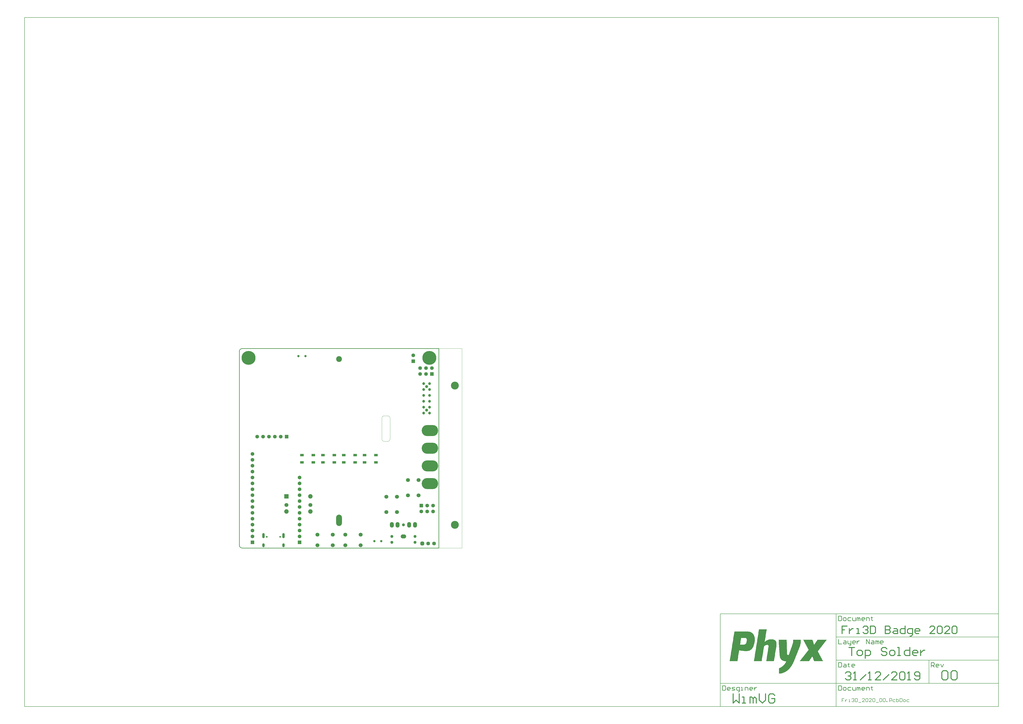
<source format=gts>
G04*
G04 #@! TF.GenerationSoftware,Altium Limited,Altium Designer,20.0.10 (225)*
G04*
G04 Layer_Color=8388736*
%FSLAX25Y25*%
%MOIN*%
G70*
G01*
G75*
%ADD10C,0.00787*%
%ADD11C,0.01000*%
%ADD13C,0.00984*%
%ADD15C,0.01575*%
%ADD16C,0.00394*%
%ADD18R,0.06299X0.04331*%
%ADD19C,0.13386*%
%ADD20C,0.03937*%
%ADD21C,0.02953*%
%ADD22O,0.04331X0.06693*%
%ADD23O,0.04331X0.08661*%
%ADD24C,0.06299*%
%ADD25R,0.06299X0.06299*%
%ADD26O,0.09843X0.19291*%
%ADD27C,0.09843*%
%ADD28C,0.05118*%
%ADD29O,0.09449X0.06693*%
%ADD30O,0.06693X0.09449*%
%ADD31C,0.06693*%
%ADD32C,0.07480*%
%ADD33R,0.07480X0.07480*%
%ADD34R,0.06299X0.06299*%
%ADD35C,0.06394*%
G04:AMPARAMS|DCode=36|XSize=63.94mil|YSize=63.94mil|CornerRadius=16.97mil|HoleSize=0mil|Usage=FLASHONLY|Rotation=180.000|XOffset=0mil|YOffset=0mil|HoleType=Round|Shape=RoundedRectangle|*
%AMROUNDEDRECTD36*
21,1,0.06394,0.03000,0,0,180.0*
21,1,0.03000,0.06394,0,0,180.0*
1,1,0.03394,-0.01500,0.01500*
1,1,0.03394,0.01500,0.01500*
1,1,0.03394,0.01500,-0.01500*
1,1,0.03394,-0.01500,-0.01500*
%
%ADD36ROUNDEDRECTD36*%
%ADD37C,0.04724*%
%ADD38O,0.27953X0.18898*%
%ADD39C,0.23622*%
G36*
X997463Y-155808D02*
X997176D01*
Y-156094D01*
X996890D01*
Y-156380D01*
Y-156667D01*
X996604D01*
Y-156953D01*
X996317D01*
Y-157239D01*
X996031D01*
Y-157526D01*
Y-157812D01*
X995745D01*
Y-158098D01*
X995459D01*
Y-158385D01*
X995172D01*
Y-158671D01*
X994886D01*
Y-158957D01*
Y-159244D01*
X994600D01*
Y-159530D01*
X994313D01*
Y-159816D01*
X994027D01*
Y-160102D01*
Y-160389D01*
X993741D01*
Y-160675D01*
X993454D01*
Y-160961D01*
X993168D01*
Y-161248D01*
X992882D01*
Y-161534D01*
Y-161820D01*
X992595D01*
Y-162107D01*
X992309D01*
Y-162393D01*
X992023D01*
Y-162679D01*
Y-162966D01*
X991737D01*
Y-163252D01*
X991450D01*
Y-163538D01*
X991164D01*
Y-163824D01*
Y-164111D01*
X990878D01*
Y-164397D01*
X990591D01*
Y-164683D01*
X990305D01*
Y-164970D01*
X990019D01*
Y-165256D01*
Y-165542D01*
X989732D01*
Y-165829D01*
X989446D01*
Y-166115D01*
X989160D01*
Y-166401D01*
Y-166688D01*
X988873D01*
Y-166974D01*
X988587D01*
Y-167260D01*
X988301D01*
Y-167547D01*
Y-167833D01*
X988015D01*
Y-168119D01*
X987728D01*
Y-168405D01*
X987442D01*
Y-168692D01*
X987156D01*
Y-168978D01*
Y-169264D01*
X986869D01*
Y-169551D01*
X986583D01*
Y-169837D01*
X986297D01*
Y-170123D01*
Y-170410D01*
X986010D01*
Y-170696D01*
X985724D01*
Y-170982D01*
X985438D01*
Y-171269D01*
Y-171555D01*
X985151D01*
Y-171841D01*
X984865D01*
Y-172127D01*
X984579D01*
Y-172414D01*
X984292D01*
Y-172700D01*
Y-172986D01*
X984006D01*
Y-173273D01*
X983720D01*
Y-173559D01*
X983434D01*
Y-173845D01*
Y-174132D01*
X983147D01*
Y-174418D01*
X982861D01*
Y-174704D01*
X982574D01*
Y-174991D01*
X982288D01*
Y-175277D01*
Y-175563D01*
X982574D01*
Y-175850D01*
Y-176136D01*
X982861D01*
Y-176422D01*
Y-176709D01*
X983147D01*
Y-176995D01*
X983434D01*
Y-177281D01*
Y-177568D01*
X983720D01*
Y-177854D01*
Y-178140D01*
X984006D01*
Y-178426D01*
Y-178713D01*
X984292D01*
Y-178999D01*
Y-179285D01*
X984579D01*
Y-179572D01*
Y-179858D01*
X984865D01*
Y-180144D01*
Y-180431D01*
X985151D01*
Y-180717D01*
Y-181003D01*
X985438D01*
Y-181290D01*
Y-181576D01*
X985724D01*
Y-181862D01*
X986010D01*
Y-182149D01*
Y-182435D01*
X986297D01*
Y-182721D01*
Y-183007D01*
X986583D01*
Y-183294D01*
Y-183580D01*
X986869D01*
Y-183866D01*
Y-184153D01*
X987156D01*
Y-184439D01*
Y-184725D01*
X987442D01*
Y-185012D01*
Y-185298D01*
X987728D01*
Y-185584D01*
Y-185871D01*
X988015D01*
Y-186157D01*
X988301D01*
Y-186443D01*
Y-186730D01*
X988587D01*
Y-187016D01*
Y-187302D01*
X988873D01*
Y-187588D01*
Y-187875D01*
X989160D01*
Y-188161D01*
Y-188447D01*
X989446D01*
Y-188734D01*
Y-189020D01*
X989732D01*
Y-189306D01*
Y-189593D01*
X990019D01*
Y-189879D01*
Y-190165D01*
X990305D01*
Y-190452D01*
X990591D01*
Y-190738D01*
Y-191024D01*
X990878D01*
Y-191311D01*
Y-191597D01*
X991164D01*
Y-191883D01*
X975989D01*
Y-191597D01*
X975703D01*
Y-191311D01*
Y-191024D01*
Y-190738D01*
X975417D01*
Y-190452D01*
Y-190165D01*
Y-189879D01*
X975130D01*
Y-189593D01*
Y-189306D01*
X974844D01*
Y-189020D01*
Y-188734D01*
Y-188447D01*
X974558D01*
Y-188161D01*
Y-187875D01*
Y-187588D01*
X974271D01*
Y-187302D01*
Y-187016D01*
X973985D01*
Y-186730D01*
Y-186443D01*
Y-186157D01*
X973699D01*
Y-185871D01*
Y-185584D01*
Y-185298D01*
X973413D01*
Y-185012D01*
Y-184725D01*
Y-184439D01*
X973126D01*
Y-184153D01*
X972554D01*
Y-184439D01*
Y-184725D01*
X972267D01*
Y-185012D01*
X971981D01*
Y-185298D01*
Y-185584D01*
X971695D01*
Y-185871D01*
X971408D01*
Y-186157D01*
Y-186443D01*
X971122D01*
Y-186730D01*
X970836D01*
Y-187016D01*
Y-187302D01*
X970549D01*
Y-187588D01*
X970263D01*
Y-187875D01*
X969977D01*
Y-188161D01*
Y-188447D01*
X969691D01*
Y-188734D01*
X969404D01*
Y-189020D01*
Y-189306D01*
X969118D01*
Y-189593D01*
X968832D01*
Y-189879D01*
Y-190165D01*
X968545D01*
Y-190452D01*
X968259D01*
Y-190738D01*
Y-191024D01*
X967973D01*
Y-191311D01*
X967686D01*
Y-191597D01*
Y-191883D01*
X951653D01*
Y-191597D01*
X951939D01*
Y-191311D01*
X952225D01*
Y-191024D01*
X952512D01*
Y-190738D01*
X952798D01*
Y-190452D01*
Y-190165D01*
X953084D01*
Y-189879D01*
X953371D01*
Y-189593D01*
X953657D01*
Y-189306D01*
X953943D01*
Y-189020D01*
Y-188734D01*
X954230D01*
Y-188447D01*
X954516D01*
Y-188161D01*
X954802D01*
Y-187875D01*
Y-187588D01*
X955089D01*
Y-187302D01*
X955375D01*
Y-187016D01*
X955661D01*
Y-186730D01*
X955947D01*
Y-186443D01*
Y-186157D01*
X956234D01*
Y-185871D01*
X956520D01*
Y-185584D01*
X956806D01*
Y-185298D01*
X957093D01*
Y-185012D01*
Y-184725D01*
X957379D01*
Y-184439D01*
X957665D01*
Y-184153D01*
X957952D01*
Y-183866D01*
Y-183580D01*
X958238D01*
Y-183294D01*
X958524D01*
Y-183007D01*
X958811D01*
Y-182721D01*
X959097D01*
Y-182435D01*
Y-182149D01*
X959383D01*
Y-181862D01*
X959669D01*
Y-181576D01*
X959956D01*
Y-181290D01*
Y-181003D01*
X960242D01*
Y-180717D01*
X960528D01*
Y-180431D01*
X960815D01*
Y-180144D01*
X961101D01*
Y-179858D01*
Y-179572D01*
X961387D01*
Y-179285D01*
X961674D01*
Y-178999D01*
X961960D01*
Y-178713D01*
Y-178426D01*
X962246D01*
Y-178140D01*
X962533D01*
Y-177854D01*
X962819D01*
Y-177568D01*
X963105D01*
Y-177281D01*
Y-176995D01*
X963392D01*
Y-176709D01*
X963678D01*
Y-176422D01*
X963964D01*
Y-176136D01*
X964250D01*
Y-175850D01*
Y-175563D01*
X964537D01*
Y-175277D01*
X964823D01*
Y-174991D01*
X965109D01*
Y-174704D01*
Y-174418D01*
X965396D01*
Y-174132D01*
X965682D01*
Y-173845D01*
X965968D01*
Y-173559D01*
X966255D01*
Y-173273D01*
Y-172986D01*
X966541D01*
Y-172700D01*
Y-172414D01*
Y-172127D01*
X966255D01*
Y-171841D01*
X965968D01*
Y-171555D01*
Y-171269D01*
X965682D01*
Y-170982D01*
Y-170696D01*
X965396D01*
Y-170410D01*
Y-170123D01*
X965109D01*
Y-169837D01*
Y-169551D01*
X964823D01*
Y-169264D01*
Y-168978D01*
X964537D01*
Y-168692D01*
Y-168405D01*
X964250D01*
Y-168119D01*
X963964D01*
Y-167833D01*
Y-167547D01*
X963678D01*
Y-167260D01*
Y-166974D01*
X963392D01*
Y-166688D01*
Y-166401D01*
X963105D01*
Y-166115D01*
Y-165829D01*
X962819D01*
Y-165542D01*
Y-165256D01*
X962533D01*
Y-164970D01*
Y-164683D01*
X962246D01*
Y-164397D01*
X961960D01*
Y-164111D01*
Y-163824D01*
X961674D01*
Y-163538D01*
Y-163252D01*
X961387D01*
Y-162966D01*
Y-162679D01*
X961101D01*
Y-162393D01*
Y-162107D01*
X960815D01*
Y-161820D01*
Y-161534D01*
X960528D01*
Y-161248D01*
Y-160961D01*
X960242D01*
Y-160675D01*
Y-160389D01*
X959956D01*
Y-160102D01*
X959669D01*
Y-159816D01*
Y-159530D01*
X959383D01*
Y-159244D01*
Y-158957D01*
X959097D01*
Y-158671D01*
Y-158385D01*
X958811D01*
Y-158098D01*
Y-157812D01*
X958524D01*
Y-157526D01*
Y-157239D01*
X958238D01*
Y-156953D01*
Y-156667D01*
X957952D01*
Y-156380D01*
X957665D01*
Y-156094D01*
Y-155808D01*
X957379D01*
Y-155521D01*
X973126D01*
Y-155808D01*
X973413D01*
Y-156094D01*
Y-156380D01*
Y-156667D01*
X973699D01*
Y-156953D01*
Y-157239D01*
Y-157526D01*
X973985D01*
Y-157812D01*
Y-158098D01*
Y-158385D01*
X974271D01*
Y-158671D01*
Y-158957D01*
Y-159244D01*
X974558D01*
Y-159530D01*
Y-159816D01*
Y-160102D01*
X974844D01*
Y-160389D01*
Y-160675D01*
Y-160961D01*
X975130D01*
Y-161248D01*
Y-161534D01*
Y-161820D01*
X975417D01*
Y-162107D01*
Y-162393D01*
Y-162679D01*
X975703D01*
Y-162966D01*
Y-163252D01*
Y-163538D01*
Y-163824D01*
X976276D01*
Y-163538D01*
X976562D01*
Y-163252D01*
X976848D01*
Y-162966D01*
Y-162679D01*
X977135D01*
Y-162393D01*
X977421D01*
Y-162107D01*
Y-161820D01*
X977707D01*
Y-161534D01*
X977993D01*
Y-161248D01*
Y-160961D01*
X978280D01*
Y-160675D01*
X978566D01*
Y-160389D01*
Y-160102D01*
X978852D01*
Y-159816D01*
X979139D01*
Y-159530D01*
Y-159244D01*
X979425D01*
Y-158957D01*
X979711D01*
Y-158671D01*
Y-158385D01*
X979998D01*
Y-158098D01*
X980284D01*
Y-157812D01*
Y-157526D01*
X980570D01*
Y-157239D01*
X980857D01*
Y-156953D01*
Y-156667D01*
X981143D01*
Y-156380D01*
X981429D01*
Y-156094D01*
Y-155808D01*
X981716D01*
Y-155521D01*
X997463D01*
Y-155808D01*
D02*
G37*
G36*
X864327Y-141778D02*
X866045D01*
Y-142065D01*
X866904D01*
Y-142351D01*
X867763D01*
Y-142637D01*
X868622D01*
Y-142924D01*
X869195D01*
Y-143210D01*
X869481D01*
Y-143496D01*
X870054D01*
Y-143783D01*
X870340D01*
Y-144069D01*
X870912D01*
Y-144355D01*
X871199D01*
Y-144641D01*
X871485D01*
Y-144928D01*
X871772D01*
Y-145214D01*
X872058D01*
Y-145501D01*
X872344D01*
Y-145787D01*
X872630D01*
Y-146073D01*
Y-146359D01*
X872917D01*
Y-146646D01*
X873203D01*
Y-146932D01*
Y-147218D01*
X873489D01*
Y-147505D01*
X873776D01*
Y-147791D01*
Y-148077D01*
X874062D01*
Y-148364D01*
Y-148650D01*
Y-148936D01*
X874348D01*
Y-149223D01*
Y-149509D01*
Y-149795D01*
X874635D01*
Y-150082D01*
Y-150368D01*
Y-150654D01*
Y-150940D01*
X874921D01*
Y-151227D01*
Y-151513D01*
Y-151799D01*
Y-152086D01*
Y-152372D01*
X875207D01*
Y-152658D01*
Y-152945D01*
Y-153231D01*
Y-153517D01*
Y-153804D01*
Y-154090D01*
Y-154376D01*
Y-154663D01*
Y-154949D01*
Y-155235D01*
Y-155521D01*
Y-155808D01*
Y-156094D01*
Y-156380D01*
Y-156667D01*
Y-156953D01*
Y-157239D01*
Y-157526D01*
Y-157812D01*
Y-158098D01*
X874921D01*
Y-158385D01*
Y-158671D01*
Y-158957D01*
Y-159244D01*
Y-159530D01*
Y-159816D01*
Y-160102D01*
X874635D01*
Y-160389D01*
Y-160675D01*
Y-160961D01*
Y-161248D01*
Y-161534D01*
X874348D01*
Y-161820D01*
Y-162107D01*
Y-162393D01*
Y-162679D01*
Y-162966D01*
X874062D01*
Y-163252D01*
Y-163538D01*
Y-163824D01*
X873776D01*
Y-164111D01*
Y-164397D01*
Y-164683D01*
Y-164970D01*
X873489D01*
Y-165256D01*
Y-165542D01*
Y-165829D01*
X873203D01*
Y-166115D01*
Y-166401D01*
X872917D01*
Y-166688D01*
Y-166974D01*
Y-167260D01*
X872630D01*
Y-167547D01*
Y-167833D01*
X872344D01*
Y-168119D01*
Y-168405D01*
X872058D01*
Y-168692D01*
Y-168978D01*
X871772D01*
Y-169264D01*
X871485D01*
Y-169551D01*
Y-169837D01*
X871199D01*
Y-170123D01*
X870912D01*
Y-170410D01*
X870626D01*
Y-170696D01*
Y-170982D01*
X870340D01*
Y-171269D01*
X870054D01*
Y-171555D01*
X869767D01*
Y-171841D01*
X869481D01*
Y-172127D01*
X869195D01*
Y-172414D01*
X868622D01*
Y-172700D01*
X868336D01*
Y-172986D01*
X867763D01*
Y-173273D01*
X867477D01*
Y-173559D01*
X866904D01*
Y-173845D01*
X866045D01*
Y-174132D01*
X865186D01*
Y-174418D01*
X864327D01*
Y-174704D01*
X862609D01*
Y-174991D01*
X857456D01*
Y-174704D01*
X854879D01*
Y-174418D01*
X852875D01*
Y-174132D01*
X851443D01*
Y-173845D01*
X850012D01*
Y-173559D01*
X848580D01*
Y-173845D01*
Y-174132D01*
Y-174418D01*
Y-174704D01*
Y-174991D01*
Y-175277D01*
Y-175563D01*
X848294D01*
Y-175850D01*
Y-176136D01*
Y-176422D01*
Y-176709D01*
Y-176995D01*
Y-177281D01*
X848007D01*
Y-177568D01*
Y-177854D01*
Y-178140D01*
Y-178426D01*
Y-178713D01*
Y-178999D01*
X847721D01*
Y-179285D01*
Y-179572D01*
Y-179858D01*
Y-180144D01*
Y-180431D01*
Y-180717D01*
Y-181003D01*
X847435D01*
Y-181290D01*
Y-181576D01*
Y-181862D01*
Y-182149D01*
Y-182435D01*
Y-182721D01*
X847149D01*
Y-183007D01*
Y-183294D01*
Y-183580D01*
Y-183866D01*
Y-184153D01*
Y-184439D01*
X846862D01*
Y-184725D01*
Y-185012D01*
Y-185298D01*
Y-185584D01*
Y-185871D01*
Y-186157D01*
Y-186443D01*
X846576D01*
Y-186730D01*
Y-187016D01*
Y-187302D01*
Y-187588D01*
Y-187875D01*
Y-188161D01*
X846290D01*
Y-188447D01*
Y-188734D01*
Y-189020D01*
Y-189306D01*
Y-189593D01*
Y-189879D01*
X846003D01*
Y-190165D01*
Y-190452D01*
Y-190738D01*
Y-191024D01*
Y-191311D01*
Y-191597D01*
Y-191883D01*
X832547D01*
Y-191597D01*
X832833D01*
Y-191311D01*
Y-191024D01*
Y-190738D01*
Y-190452D01*
Y-190165D01*
X833119D01*
Y-189879D01*
Y-189593D01*
Y-189306D01*
Y-189020D01*
Y-188734D01*
Y-188447D01*
Y-188161D01*
X833405D01*
Y-187875D01*
Y-187588D01*
Y-187302D01*
Y-187016D01*
Y-186730D01*
Y-186443D01*
X833692D01*
Y-186157D01*
Y-185871D01*
Y-185584D01*
Y-185298D01*
Y-185012D01*
Y-184725D01*
X833978D01*
Y-184439D01*
Y-184153D01*
Y-183866D01*
Y-183580D01*
Y-183294D01*
Y-183007D01*
Y-182721D01*
X834264D01*
Y-182435D01*
Y-182149D01*
Y-181862D01*
Y-181576D01*
Y-181290D01*
Y-181003D01*
X834551D01*
Y-180717D01*
Y-180431D01*
Y-180144D01*
Y-179858D01*
Y-179572D01*
Y-179285D01*
X834837D01*
Y-178999D01*
Y-178713D01*
Y-178426D01*
Y-178140D01*
Y-177854D01*
Y-177568D01*
X835123D01*
Y-177281D01*
Y-176995D01*
Y-176709D01*
Y-176422D01*
Y-176136D01*
Y-175850D01*
Y-175563D01*
X835410D01*
Y-175277D01*
Y-174991D01*
Y-174704D01*
Y-174418D01*
Y-174132D01*
Y-173845D01*
X835696D01*
Y-173559D01*
Y-173273D01*
Y-172986D01*
Y-172700D01*
Y-172414D01*
Y-172127D01*
X835982D01*
Y-171841D01*
Y-171555D01*
Y-171269D01*
Y-170982D01*
Y-170696D01*
Y-170410D01*
X836269D01*
Y-170123D01*
Y-169837D01*
Y-169551D01*
Y-169264D01*
Y-168978D01*
Y-168692D01*
Y-168405D01*
X836555D01*
Y-168119D01*
Y-167833D01*
Y-167547D01*
Y-167260D01*
Y-166974D01*
Y-166688D01*
X836841D01*
Y-166401D01*
Y-166115D01*
Y-165829D01*
Y-165542D01*
Y-165256D01*
Y-164970D01*
X837128D01*
Y-164683D01*
Y-164397D01*
Y-164111D01*
Y-163824D01*
Y-163538D01*
Y-163252D01*
Y-162966D01*
X837414D01*
Y-162679D01*
Y-162393D01*
Y-162107D01*
Y-161820D01*
Y-161534D01*
Y-161248D01*
X837700D01*
Y-160961D01*
Y-160675D01*
Y-160389D01*
Y-160102D01*
Y-159816D01*
Y-159530D01*
X837986D01*
Y-159244D01*
Y-158957D01*
Y-158671D01*
Y-158385D01*
Y-158098D01*
Y-157812D01*
X838273D01*
Y-157526D01*
Y-157239D01*
Y-156953D01*
Y-156667D01*
Y-156380D01*
Y-156094D01*
Y-155808D01*
X838559D01*
Y-155521D01*
Y-155235D01*
Y-154949D01*
Y-154663D01*
Y-154376D01*
Y-154090D01*
X838846D01*
Y-153804D01*
Y-153517D01*
Y-153231D01*
Y-152945D01*
Y-152658D01*
Y-152372D01*
X839132D01*
Y-152086D01*
Y-151799D01*
Y-151513D01*
Y-151227D01*
Y-150940D01*
Y-150654D01*
Y-150368D01*
X839418D01*
Y-150082D01*
Y-149795D01*
Y-149509D01*
Y-149223D01*
Y-148936D01*
Y-148650D01*
X839704D01*
Y-148364D01*
Y-148077D01*
Y-147791D01*
Y-147505D01*
Y-147218D01*
Y-146932D01*
X839991D01*
Y-146646D01*
Y-146359D01*
Y-146073D01*
Y-145787D01*
Y-145501D01*
Y-145214D01*
Y-144928D01*
X840277D01*
Y-144641D01*
Y-144355D01*
Y-144069D01*
Y-143783D01*
Y-143496D01*
Y-143210D01*
X840563D01*
Y-142924D01*
Y-142637D01*
Y-142351D01*
Y-142065D01*
Y-141778D01*
Y-141492D01*
X864327D01*
Y-141778D01*
D02*
G37*
G36*
X953371Y-155808D02*
Y-156094D01*
Y-156380D01*
Y-156667D01*
Y-156953D01*
Y-157239D01*
Y-157526D01*
Y-157812D01*
Y-158098D01*
Y-158385D01*
Y-158671D01*
Y-158957D01*
Y-159244D01*
Y-159530D01*
Y-159816D01*
Y-160102D01*
Y-160389D01*
Y-160675D01*
Y-160961D01*
Y-161248D01*
Y-161534D01*
X953084D01*
Y-161820D01*
Y-162107D01*
Y-162393D01*
Y-162679D01*
Y-162966D01*
X952798D01*
Y-163252D01*
Y-163538D01*
Y-163824D01*
Y-164111D01*
X952512D01*
Y-164397D01*
Y-164683D01*
Y-164970D01*
Y-165256D01*
X952225D01*
Y-165542D01*
Y-165829D01*
Y-166115D01*
X951939D01*
Y-166401D01*
Y-166688D01*
Y-166974D01*
X951653D01*
Y-167260D01*
Y-167547D01*
Y-167833D01*
X951366D01*
Y-168119D01*
Y-168405D01*
Y-168692D01*
X951080D01*
Y-168978D01*
Y-169264D01*
X950794D01*
Y-169551D01*
Y-169837D01*
X950508D01*
Y-170123D01*
Y-170410D01*
Y-170696D01*
X950221D01*
Y-170982D01*
Y-171269D01*
X949935D01*
Y-171555D01*
Y-171841D01*
Y-172127D01*
X949649D01*
Y-172414D01*
Y-172700D01*
X949362D01*
Y-172986D01*
Y-173273D01*
Y-173559D01*
X949076D01*
Y-173845D01*
Y-174132D01*
X948790D01*
Y-174418D01*
Y-174704D01*
Y-174991D01*
X948503D01*
Y-175277D01*
Y-175563D01*
X948217D01*
Y-175850D01*
Y-176136D01*
Y-176422D01*
X947931D01*
Y-176709D01*
Y-176995D01*
X947644D01*
Y-177281D01*
Y-177568D01*
Y-177854D01*
X947358D01*
Y-178140D01*
Y-178426D01*
X947072D01*
Y-178713D01*
Y-178999D01*
Y-179285D01*
X946785D01*
Y-179572D01*
Y-179858D01*
X946499D01*
Y-180144D01*
Y-180431D01*
Y-180717D01*
X946213D01*
Y-181003D01*
Y-181290D01*
X945926D01*
Y-181576D01*
Y-181862D01*
Y-182149D01*
X945640D01*
Y-182435D01*
Y-182721D01*
X945354D01*
Y-183007D01*
Y-183294D01*
Y-183580D01*
X945068D01*
Y-183866D01*
Y-184153D01*
X944781D01*
Y-184439D01*
Y-184725D01*
Y-185012D01*
X944495D01*
Y-185298D01*
Y-185584D01*
X944209D01*
Y-185871D01*
Y-186157D01*
Y-186443D01*
X943922D01*
Y-186730D01*
Y-187016D01*
X943636D01*
Y-187302D01*
Y-187588D01*
Y-187875D01*
X943350D01*
Y-188161D01*
Y-188447D01*
X943063D01*
Y-188734D01*
Y-189020D01*
Y-189306D01*
X942777D01*
Y-189593D01*
Y-189879D01*
X942491D01*
Y-190165D01*
Y-190452D01*
Y-190738D01*
X942204D01*
Y-191024D01*
Y-191311D01*
X941918D01*
Y-191597D01*
Y-191883D01*
Y-192169D01*
X941632D01*
Y-192456D01*
Y-192742D01*
X941346D01*
Y-193028D01*
Y-193315D01*
X941059D01*
Y-193601D01*
Y-193887D01*
X940773D01*
Y-194174D01*
Y-194460D01*
Y-194746D01*
X940487D01*
Y-195033D01*
X940200D01*
Y-195319D01*
Y-195605D01*
Y-195891D01*
X939914D01*
Y-196178D01*
X939628D01*
Y-196464D01*
Y-196750D01*
X939341D01*
Y-197037D01*
Y-197323D01*
X939055D01*
Y-197609D01*
Y-197896D01*
X938769D01*
Y-198182D01*
Y-198468D01*
X938482D01*
Y-198755D01*
X938196D01*
Y-199041D01*
Y-199327D01*
X937910D01*
Y-199614D01*
Y-199900D01*
X937623D01*
Y-200186D01*
X937337D01*
Y-200472D01*
X937051D01*
Y-200759D01*
Y-201045D01*
X936765D01*
Y-201331D01*
X936478D01*
Y-201618D01*
Y-201904D01*
X936192D01*
Y-202190D01*
X935905D01*
Y-202477D01*
X935619D01*
Y-202763D01*
Y-203049D01*
X935333D01*
Y-203336D01*
X935047D01*
Y-203622D01*
X934760D01*
Y-203908D01*
X934474D01*
Y-204195D01*
X934188D01*
Y-204481D01*
Y-204767D01*
X933901D01*
Y-205053D01*
X933615D01*
Y-205340D01*
X933329D01*
Y-205626D01*
X933042D01*
Y-205912D01*
X932756D01*
Y-206199D01*
X932470D01*
Y-206485D01*
X932183D01*
Y-206771D01*
X931611D01*
Y-207058D01*
X931324D01*
Y-207344D01*
X931038D01*
Y-207630D01*
X930752D01*
Y-207917D01*
X930466D01*
Y-208203D01*
X929893D01*
Y-208489D01*
X929607D01*
Y-208776D01*
X929034D01*
Y-209062D01*
X928748D01*
Y-209348D01*
X928175D01*
Y-209634D01*
X927889D01*
Y-209921D01*
X927316D01*
Y-210207D01*
X926744D01*
Y-210493D01*
X926171D01*
Y-210780D01*
X925598D01*
Y-211066D01*
X925026D01*
Y-211352D01*
X924167D01*
Y-211639D01*
X923594D01*
Y-211925D01*
X922735D01*
Y-212211D01*
X921590D01*
Y-212498D01*
X920445D01*
Y-212784D01*
X918727D01*
Y-213070D01*
X916723D01*
Y-213357D01*
X916436D01*
Y-213070D01*
Y-212784D01*
Y-212498D01*
Y-212211D01*
Y-211925D01*
Y-211639D01*
Y-211352D01*
Y-211066D01*
Y-210780D01*
Y-210493D01*
Y-210207D01*
Y-209921D01*
Y-209634D01*
Y-209348D01*
Y-209062D01*
Y-208776D01*
Y-208489D01*
Y-208203D01*
Y-207917D01*
Y-207630D01*
Y-207344D01*
Y-207058D01*
Y-206771D01*
Y-206485D01*
Y-206199D01*
Y-205912D01*
Y-205626D01*
Y-205340D01*
Y-205053D01*
Y-204767D01*
Y-204481D01*
Y-204195D01*
Y-203908D01*
X917009D01*
Y-203622D01*
X917581D01*
Y-203336D01*
X918154D01*
Y-203049D01*
X918727D01*
Y-202763D01*
X919299D01*
Y-202477D01*
X919872D01*
Y-202190D01*
X920158D01*
Y-201904D01*
X920731D01*
Y-201618D01*
X921017D01*
Y-201331D01*
X921590D01*
Y-201045D01*
X921876D01*
Y-200759D01*
X922163D01*
Y-200472D01*
X922735D01*
Y-200186D01*
X923022D01*
Y-199900D01*
X923308D01*
Y-199614D01*
X923594D01*
Y-199327D01*
X923880D01*
Y-199041D01*
X924167D01*
Y-198755D01*
X924453D01*
Y-198468D01*
X924739D01*
Y-198182D01*
X925026D01*
Y-197896D01*
X925312D01*
Y-197609D01*
X925598D01*
Y-197323D01*
X925885D01*
Y-197037D01*
Y-196750D01*
X926171D01*
Y-196464D01*
X926457D01*
Y-196178D01*
X926744D01*
Y-195891D01*
Y-195605D01*
X927030D01*
Y-195319D01*
X927316D01*
Y-195033D01*
Y-194746D01*
X927602D01*
Y-194460D01*
Y-194174D01*
X927889D01*
Y-193887D01*
X928175D01*
Y-193601D01*
Y-193315D01*
X928461D01*
Y-193028D01*
Y-192742D01*
X928748D01*
Y-192456D01*
Y-192169D01*
X927030D01*
Y-191883D01*
X925026D01*
Y-191597D01*
X923880D01*
Y-191311D01*
X923308D01*
Y-191024D01*
X922449D01*
Y-190738D01*
X921876D01*
Y-190452D01*
X921590D01*
Y-190165D01*
X921017D01*
Y-189879D01*
X920731D01*
Y-189593D01*
X920445D01*
Y-189306D01*
X920158D01*
Y-189020D01*
X919872D01*
Y-188734D01*
X919586D01*
Y-188447D01*
Y-188161D01*
X919299D01*
Y-187875D01*
X919013D01*
Y-187588D01*
Y-187302D01*
X918727D01*
Y-187016D01*
Y-186730D01*
X918441D01*
Y-186443D01*
Y-186157D01*
X918154D01*
Y-185871D01*
Y-185584D01*
Y-185298D01*
X917868D01*
Y-185012D01*
Y-184725D01*
Y-184439D01*
Y-184153D01*
X917581D01*
Y-183866D01*
Y-183580D01*
Y-183294D01*
Y-183007D01*
Y-182721D01*
Y-182435D01*
Y-182149D01*
X917295D01*
Y-181862D01*
Y-181576D01*
Y-181290D01*
Y-181003D01*
Y-180717D01*
Y-180431D01*
Y-180144D01*
Y-179858D01*
Y-179572D01*
Y-179285D01*
Y-178999D01*
Y-178713D01*
Y-178426D01*
Y-178140D01*
Y-177854D01*
X917009D01*
Y-177568D01*
Y-177281D01*
Y-176995D01*
Y-176709D01*
Y-176422D01*
Y-176136D01*
Y-175850D01*
Y-175563D01*
Y-175277D01*
Y-174991D01*
Y-174704D01*
Y-174418D01*
Y-174132D01*
Y-173845D01*
Y-173559D01*
X916723D01*
Y-173273D01*
Y-172986D01*
Y-172700D01*
Y-172414D01*
Y-172127D01*
Y-171841D01*
Y-171555D01*
Y-171269D01*
Y-170982D01*
Y-170696D01*
Y-170410D01*
Y-170123D01*
Y-169837D01*
Y-169551D01*
Y-169264D01*
Y-168978D01*
X916436D01*
Y-168692D01*
Y-168405D01*
Y-168119D01*
Y-167833D01*
Y-167547D01*
Y-167260D01*
Y-166974D01*
Y-166688D01*
Y-166401D01*
Y-166115D01*
Y-165829D01*
Y-165542D01*
Y-165256D01*
Y-164970D01*
Y-164683D01*
Y-164397D01*
X916150D01*
Y-164111D01*
Y-163824D01*
Y-163538D01*
Y-163252D01*
Y-162966D01*
Y-162679D01*
Y-162393D01*
Y-162107D01*
Y-161820D01*
Y-161534D01*
Y-161248D01*
Y-160961D01*
Y-160675D01*
Y-160389D01*
X915864D01*
Y-160102D01*
Y-159816D01*
Y-159530D01*
Y-159244D01*
Y-158957D01*
Y-158671D01*
Y-158385D01*
Y-158098D01*
Y-157812D01*
Y-157526D01*
Y-157239D01*
Y-156953D01*
Y-156667D01*
Y-156380D01*
Y-156094D01*
Y-155808D01*
X915577D01*
Y-155521D01*
X929320D01*
Y-155808D01*
Y-156094D01*
Y-156380D01*
Y-156667D01*
Y-156953D01*
Y-157239D01*
Y-157526D01*
Y-157812D01*
Y-158098D01*
Y-158385D01*
Y-158671D01*
Y-158957D01*
Y-159244D01*
Y-159530D01*
X929607D01*
Y-159816D01*
Y-160102D01*
Y-160389D01*
Y-160675D01*
Y-160961D01*
Y-161248D01*
Y-161534D01*
Y-161820D01*
Y-162107D01*
Y-162393D01*
Y-162679D01*
Y-162966D01*
Y-163252D01*
Y-163538D01*
Y-163824D01*
Y-164111D01*
Y-164397D01*
Y-164683D01*
Y-164970D01*
Y-165256D01*
Y-165542D01*
Y-165829D01*
Y-166115D01*
Y-166401D01*
Y-166688D01*
Y-166974D01*
Y-167260D01*
Y-167547D01*
Y-167833D01*
Y-168119D01*
Y-168405D01*
Y-168692D01*
Y-168978D01*
Y-169264D01*
Y-169551D01*
Y-169837D01*
Y-170123D01*
Y-170410D01*
Y-170696D01*
Y-170982D01*
Y-171269D01*
X929893D01*
Y-171555D01*
X929607D01*
Y-171841D01*
Y-172127D01*
X929893D01*
Y-172414D01*
Y-172700D01*
Y-172986D01*
Y-173273D01*
Y-173559D01*
Y-173845D01*
Y-174132D01*
Y-174418D01*
Y-174704D01*
Y-174991D01*
Y-175277D01*
Y-175563D01*
Y-175850D01*
Y-176136D01*
Y-176422D01*
Y-176709D01*
Y-176995D01*
Y-177281D01*
Y-177568D01*
Y-177854D01*
Y-178140D01*
Y-178426D01*
Y-178713D01*
Y-178999D01*
Y-179285D01*
Y-179572D01*
X930179D01*
Y-179858D01*
Y-180144D01*
Y-180431D01*
X930466D01*
Y-180717D01*
X930752D01*
Y-181003D01*
X931038D01*
Y-181290D01*
X931897D01*
Y-181576D01*
X932756D01*
Y-181290D01*
X933042D01*
Y-181003D01*
Y-180717D01*
Y-180431D01*
X933329D01*
Y-180144D01*
Y-179858D01*
X933615D01*
Y-179572D01*
Y-179285D01*
Y-178999D01*
X933901D01*
Y-178713D01*
Y-178426D01*
Y-178140D01*
X934188D01*
Y-177854D01*
Y-177568D01*
Y-177281D01*
X934474D01*
Y-176995D01*
Y-176709D01*
Y-176422D01*
X934760D01*
Y-176136D01*
Y-175850D01*
X935047D01*
Y-175563D01*
Y-175277D01*
Y-174991D01*
X935333D01*
Y-174704D01*
Y-174418D01*
Y-174132D01*
X935619D01*
Y-173845D01*
Y-173559D01*
Y-173273D01*
X935905D01*
Y-172986D01*
Y-172700D01*
X936192D01*
Y-172414D01*
Y-172127D01*
Y-171841D01*
X936478D01*
Y-171555D01*
Y-171269D01*
Y-170982D01*
X936765D01*
Y-170696D01*
Y-170410D01*
Y-170123D01*
X937051D01*
Y-169837D01*
Y-169551D01*
X937337D01*
Y-169264D01*
Y-168978D01*
Y-168692D01*
X937623D01*
Y-168405D01*
Y-168119D01*
Y-167833D01*
X937910D01*
Y-167547D01*
Y-167260D01*
Y-166974D01*
X938196D01*
Y-166688D01*
Y-166401D01*
X938482D01*
Y-166115D01*
Y-165829D01*
Y-165542D01*
X938769D01*
Y-165256D01*
Y-164970D01*
Y-164683D01*
X939055D01*
Y-164397D01*
Y-164111D01*
Y-163824D01*
X939341D01*
Y-163538D01*
Y-163252D01*
Y-162966D01*
Y-162679D01*
X939628D01*
Y-162393D01*
Y-162107D01*
Y-161820D01*
Y-161534D01*
X939914D01*
Y-161248D01*
Y-160961D01*
Y-160675D01*
Y-160389D01*
Y-160102D01*
X940200D01*
Y-159816D01*
Y-159530D01*
Y-159244D01*
Y-158957D01*
Y-158671D01*
Y-158385D01*
X940487D01*
Y-158098D01*
Y-157812D01*
Y-157526D01*
Y-157239D01*
Y-156953D01*
Y-156667D01*
Y-156380D01*
Y-156094D01*
Y-155808D01*
Y-155521D01*
X953371D01*
Y-155808D01*
D02*
G37*
G36*
X895535Y-138343D02*
Y-138629D01*
X895249D01*
Y-138915D01*
Y-139202D01*
Y-139488D01*
Y-139774D01*
Y-140060D01*
Y-140347D01*
X894963D01*
Y-140633D01*
Y-140919D01*
Y-141206D01*
Y-141492D01*
Y-141778D01*
Y-142065D01*
X894676D01*
Y-142351D01*
Y-142637D01*
Y-142924D01*
Y-143210D01*
Y-143496D01*
Y-143783D01*
Y-144069D01*
X894390D01*
Y-144355D01*
Y-144641D01*
Y-144928D01*
Y-145214D01*
Y-145501D01*
Y-145787D01*
X894104D01*
Y-146073D01*
Y-146359D01*
Y-146646D01*
Y-146932D01*
Y-147218D01*
Y-147505D01*
X893818D01*
Y-147791D01*
Y-148077D01*
Y-148364D01*
Y-148650D01*
Y-148936D01*
Y-149223D01*
Y-149509D01*
X893531D01*
Y-149795D01*
Y-150082D01*
Y-150368D01*
Y-150654D01*
Y-150940D01*
Y-151227D01*
X893245D01*
Y-151513D01*
Y-151799D01*
Y-152086D01*
Y-152372D01*
Y-152658D01*
Y-152945D01*
X892959D01*
Y-153231D01*
Y-153517D01*
Y-153804D01*
Y-154090D01*
Y-154376D01*
Y-154663D01*
X892672D01*
Y-154949D01*
Y-155235D01*
Y-155521D01*
Y-155808D01*
Y-156094D01*
Y-156380D01*
Y-156667D01*
X892386D01*
Y-156953D01*
Y-157239D01*
Y-157526D01*
Y-157812D01*
Y-158098D01*
Y-158385D01*
X892100D01*
Y-158671D01*
Y-158957D01*
X892672D01*
Y-158671D01*
X892959D01*
Y-158385D01*
X893245D01*
Y-158098D01*
X893818D01*
Y-157812D01*
X894104D01*
Y-157526D01*
X894390D01*
Y-157239D01*
X894963D01*
Y-156953D01*
X895535D01*
Y-156667D01*
X895822D01*
Y-156380D01*
X896394D01*
Y-156094D01*
X897253D01*
Y-155808D01*
X897826D01*
Y-155521D01*
X898685D01*
Y-155235D01*
X900116D01*
Y-154949D01*
X906415D01*
Y-155235D01*
X907561D01*
Y-155521D01*
X908420D01*
Y-155808D01*
X908992D01*
Y-156094D01*
X909278D01*
Y-156380D01*
X909851D01*
Y-156667D01*
X910137D01*
Y-156953D01*
X910424D01*
Y-157239D01*
X910710D01*
Y-157526D01*
X910996D01*
Y-157812D01*
Y-158098D01*
X911283D01*
Y-158385D01*
Y-158671D01*
X911569D01*
Y-158957D01*
Y-159244D01*
Y-159530D01*
X911855D01*
Y-159816D01*
Y-160102D01*
Y-160389D01*
Y-160675D01*
X912142D01*
Y-160961D01*
Y-161248D01*
Y-161534D01*
Y-161820D01*
Y-162107D01*
Y-162393D01*
Y-162679D01*
Y-162966D01*
Y-163252D01*
Y-163538D01*
Y-163824D01*
Y-164111D01*
Y-164397D01*
Y-164683D01*
Y-164970D01*
Y-165256D01*
Y-165542D01*
Y-165829D01*
X911855D01*
Y-166115D01*
Y-166401D01*
Y-166688D01*
Y-166974D01*
Y-167260D01*
Y-167547D01*
Y-167833D01*
X911569D01*
Y-168119D01*
Y-168405D01*
Y-168692D01*
Y-168978D01*
Y-169264D01*
Y-169551D01*
Y-169837D01*
X911283D01*
Y-170123D01*
Y-170410D01*
Y-170696D01*
Y-170982D01*
Y-171269D01*
Y-171555D01*
X910996D01*
Y-171841D01*
Y-172127D01*
Y-172414D01*
Y-172700D01*
Y-172986D01*
Y-173273D01*
X910710D01*
Y-173559D01*
Y-173845D01*
Y-174132D01*
Y-174418D01*
Y-174704D01*
Y-174991D01*
X910424D01*
Y-175277D01*
Y-175563D01*
Y-175850D01*
Y-176136D01*
Y-176422D01*
Y-176709D01*
Y-176995D01*
X910137D01*
Y-177281D01*
Y-177568D01*
Y-177854D01*
Y-178140D01*
Y-178426D01*
Y-178713D01*
X909851D01*
Y-178999D01*
Y-179285D01*
Y-179572D01*
Y-179858D01*
Y-180144D01*
Y-180431D01*
X909565D01*
Y-180717D01*
Y-181003D01*
Y-181290D01*
Y-181576D01*
Y-181862D01*
Y-182149D01*
Y-182435D01*
X909278D01*
Y-182721D01*
Y-183007D01*
Y-183294D01*
Y-183580D01*
Y-183866D01*
Y-184153D01*
X908992D01*
Y-184439D01*
Y-184725D01*
Y-185012D01*
Y-185298D01*
Y-185584D01*
Y-185871D01*
X908706D01*
Y-186157D01*
Y-186443D01*
Y-186730D01*
Y-187016D01*
Y-187302D01*
Y-187588D01*
X908420D01*
Y-187875D01*
Y-188161D01*
Y-188447D01*
Y-188734D01*
Y-189020D01*
Y-189306D01*
Y-189593D01*
X908133D01*
Y-189879D01*
Y-190165D01*
Y-190452D01*
Y-190738D01*
Y-191024D01*
Y-191311D01*
X907847D01*
Y-191597D01*
Y-191883D01*
X894676D01*
Y-191597D01*
Y-191311D01*
X894963D01*
Y-191024D01*
Y-190738D01*
Y-190452D01*
Y-190165D01*
Y-189879D01*
Y-189593D01*
X895249D01*
Y-189306D01*
Y-189020D01*
Y-188734D01*
Y-188447D01*
Y-188161D01*
Y-187875D01*
Y-187588D01*
X895535D01*
Y-187302D01*
Y-187016D01*
Y-186730D01*
Y-186443D01*
Y-186157D01*
Y-185871D01*
X895822D01*
Y-185584D01*
Y-185298D01*
Y-185012D01*
Y-184725D01*
Y-184439D01*
Y-184153D01*
X896108D01*
Y-183866D01*
Y-183580D01*
Y-183294D01*
Y-183007D01*
Y-182721D01*
Y-182435D01*
Y-182149D01*
X896394D01*
Y-181862D01*
Y-181576D01*
Y-181290D01*
Y-181003D01*
Y-180717D01*
Y-180431D01*
X896681D01*
Y-180144D01*
Y-179858D01*
Y-179572D01*
Y-179285D01*
Y-178999D01*
Y-178713D01*
Y-178426D01*
X896967D01*
Y-178140D01*
Y-177854D01*
Y-177568D01*
Y-177281D01*
Y-176995D01*
Y-176709D01*
X897253D01*
Y-176422D01*
Y-176136D01*
Y-175850D01*
Y-175563D01*
Y-175277D01*
Y-174991D01*
X897540D01*
Y-174704D01*
Y-174418D01*
Y-174132D01*
Y-173845D01*
Y-173559D01*
Y-173273D01*
X897826D01*
Y-172986D01*
Y-172700D01*
Y-172414D01*
Y-172127D01*
Y-171841D01*
Y-171555D01*
Y-171269D01*
X898112D01*
Y-170982D01*
Y-170696D01*
Y-170410D01*
Y-170123D01*
Y-169837D01*
Y-169551D01*
X898399D01*
Y-169264D01*
Y-168978D01*
Y-168692D01*
Y-168405D01*
Y-168119D01*
Y-167833D01*
Y-167547D01*
X898685D01*
Y-167260D01*
Y-166974D01*
Y-166688D01*
Y-166401D01*
Y-166115D01*
Y-165829D01*
X898399D01*
Y-165542D01*
Y-165256D01*
X898112D01*
Y-164970D01*
X897826D01*
Y-164683D01*
X897253D01*
Y-164397D01*
X895535D01*
Y-164683D01*
X894104D01*
Y-164970D01*
X893245D01*
Y-165256D01*
X892672D01*
Y-165542D01*
X892386D01*
Y-165829D01*
X891813D01*
Y-166115D01*
X891527D01*
Y-166401D01*
X891241D01*
Y-166688D01*
Y-166974D01*
X890954D01*
Y-167260D01*
Y-167547D01*
Y-167833D01*
X890668D01*
Y-168119D01*
Y-168405D01*
Y-168692D01*
Y-168978D01*
Y-169264D01*
Y-169551D01*
X890382D01*
Y-169837D01*
Y-170123D01*
Y-170410D01*
Y-170696D01*
Y-170982D01*
Y-171269D01*
Y-171555D01*
X890096D01*
Y-171841D01*
Y-172127D01*
Y-172414D01*
Y-172700D01*
Y-172986D01*
Y-173273D01*
X889809D01*
Y-173559D01*
Y-173845D01*
Y-174132D01*
Y-174418D01*
Y-174704D01*
Y-174991D01*
X889523D01*
Y-175277D01*
Y-175563D01*
Y-175850D01*
Y-176136D01*
Y-176422D01*
Y-176709D01*
X889237D01*
Y-176995D01*
Y-177281D01*
Y-177568D01*
Y-177854D01*
Y-178140D01*
Y-178426D01*
Y-178713D01*
X888950D01*
Y-178999D01*
Y-179285D01*
Y-179572D01*
Y-179858D01*
Y-180144D01*
Y-180431D01*
X888664D01*
Y-180717D01*
Y-181003D01*
Y-181290D01*
Y-181576D01*
Y-181862D01*
Y-182149D01*
X888378D01*
Y-182435D01*
Y-182721D01*
Y-183007D01*
Y-183294D01*
Y-183580D01*
Y-183866D01*
Y-184153D01*
X888091D01*
Y-184439D01*
Y-184725D01*
Y-185012D01*
Y-185298D01*
Y-185584D01*
Y-185871D01*
X887805D01*
Y-186157D01*
Y-186443D01*
Y-186730D01*
Y-187016D01*
Y-187302D01*
Y-187588D01*
X887519D01*
Y-187875D01*
Y-188161D01*
Y-188447D01*
Y-188734D01*
Y-189020D01*
Y-189306D01*
X887232D01*
Y-189593D01*
Y-189879D01*
Y-190165D01*
Y-190452D01*
Y-190738D01*
Y-191024D01*
Y-191311D01*
X886946D01*
Y-191597D01*
Y-191883D01*
X873776D01*
Y-191597D01*
Y-191311D01*
X874062D01*
Y-191024D01*
Y-190738D01*
Y-190452D01*
Y-190165D01*
Y-189879D01*
Y-189593D01*
Y-189306D01*
X874348D01*
Y-189020D01*
Y-188734D01*
Y-188447D01*
Y-188161D01*
Y-187875D01*
Y-187588D01*
X874635D01*
Y-187302D01*
Y-187016D01*
Y-186730D01*
Y-186443D01*
Y-186157D01*
Y-185871D01*
X874921D01*
Y-185584D01*
Y-185298D01*
Y-185012D01*
Y-184725D01*
Y-184439D01*
Y-184153D01*
Y-183866D01*
X875207D01*
Y-183580D01*
Y-183294D01*
Y-183007D01*
Y-182721D01*
Y-182435D01*
Y-182149D01*
X875494D01*
Y-181862D01*
Y-181576D01*
Y-181290D01*
Y-181003D01*
Y-180717D01*
Y-180431D01*
X875780D01*
Y-180144D01*
Y-179858D01*
Y-179572D01*
Y-179285D01*
Y-178999D01*
Y-178713D01*
X876066D01*
Y-178426D01*
Y-178140D01*
Y-177854D01*
Y-177568D01*
Y-177281D01*
Y-176995D01*
Y-176709D01*
X876353D01*
Y-176422D01*
Y-176136D01*
Y-175850D01*
Y-175563D01*
Y-175277D01*
Y-174991D01*
X876639D01*
Y-174704D01*
Y-174418D01*
Y-174132D01*
Y-173845D01*
Y-173559D01*
Y-173273D01*
X876925D01*
Y-172986D01*
Y-172700D01*
Y-172414D01*
Y-172127D01*
Y-171841D01*
Y-171555D01*
Y-171269D01*
X877211D01*
Y-170982D01*
Y-170696D01*
Y-170410D01*
Y-170123D01*
Y-169837D01*
Y-169551D01*
X877498D01*
Y-169264D01*
Y-168978D01*
Y-168692D01*
Y-168405D01*
Y-168119D01*
Y-167833D01*
X877784D01*
Y-167547D01*
Y-167260D01*
Y-166974D01*
Y-166688D01*
Y-166401D01*
Y-166115D01*
X878070D01*
Y-165829D01*
Y-165542D01*
Y-165256D01*
Y-164970D01*
Y-164683D01*
Y-164397D01*
Y-164111D01*
X878357D01*
Y-163824D01*
Y-163538D01*
Y-163252D01*
Y-162966D01*
Y-162679D01*
Y-162393D01*
X878643D01*
Y-162107D01*
Y-161820D01*
Y-161534D01*
Y-161248D01*
Y-160961D01*
Y-160675D01*
X878929D01*
Y-160389D01*
Y-160102D01*
Y-159816D01*
Y-159530D01*
Y-159244D01*
Y-158957D01*
X879216D01*
Y-158671D01*
Y-158385D01*
Y-158098D01*
Y-157812D01*
Y-157526D01*
Y-157239D01*
Y-156953D01*
X879502D01*
Y-156667D01*
Y-156380D01*
Y-156094D01*
Y-155808D01*
Y-155521D01*
Y-155235D01*
X879788D01*
Y-154949D01*
Y-154663D01*
Y-154376D01*
Y-154090D01*
Y-153804D01*
Y-153517D01*
X880075D01*
Y-153231D01*
Y-152945D01*
Y-152658D01*
Y-152372D01*
Y-152086D01*
Y-151799D01*
Y-151513D01*
X880361D01*
Y-151227D01*
Y-150940D01*
Y-150654D01*
Y-150368D01*
Y-150082D01*
Y-149795D01*
X880647D01*
Y-149509D01*
Y-149223D01*
Y-148936D01*
Y-148650D01*
Y-148364D01*
Y-148077D01*
X880933D01*
Y-147791D01*
Y-147505D01*
Y-147218D01*
Y-146932D01*
Y-146646D01*
Y-146359D01*
X881220D01*
Y-146073D01*
Y-145787D01*
Y-145501D01*
Y-145214D01*
Y-144928D01*
Y-144641D01*
Y-144355D01*
X881506D01*
Y-144069D01*
Y-143783D01*
Y-143496D01*
Y-143210D01*
Y-142924D01*
Y-142637D01*
X881792D01*
Y-142351D01*
Y-142065D01*
Y-141778D01*
Y-141492D01*
Y-141206D01*
Y-140919D01*
X882079D01*
Y-140633D01*
Y-140347D01*
Y-140060D01*
Y-139774D01*
Y-139488D01*
Y-139202D01*
Y-138915D01*
X882365D01*
Y-138629D01*
Y-138343D01*
Y-138056D01*
X895535D01*
Y-138343D01*
D02*
G37*
%LPC*%
G36*
X860033Y-152658D02*
X852016D01*
Y-152945D01*
Y-153231D01*
Y-153517D01*
Y-153804D01*
Y-154090D01*
X851730D01*
Y-154376D01*
Y-154663D01*
Y-154949D01*
Y-155235D01*
Y-155521D01*
Y-155808D01*
X851443D01*
Y-156094D01*
Y-156380D01*
Y-156667D01*
Y-156953D01*
Y-157239D01*
Y-157526D01*
X851157D01*
Y-157812D01*
Y-158098D01*
Y-158385D01*
Y-158671D01*
Y-158957D01*
Y-159244D01*
X850871D01*
Y-159530D01*
Y-159816D01*
Y-160102D01*
Y-160389D01*
Y-160675D01*
Y-160961D01*
Y-161248D01*
X850584D01*
Y-161534D01*
Y-161820D01*
Y-162107D01*
Y-162393D01*
Y-162679D01*
Y-162966D01*
X850298D01*
Y-163252D01*
Y-163538D01*
Y-163824D01*
X857456D01*
Y-163538D01*
X858601D01*
Y-163252D01*
X859174D01*
Y-162966D01*
X859460D01*
Y-162679D01*
X859746D01*
Y-162393D01*
X860033D01*
Y-162107D01*
X860319D01*
Y-161820D01*
Y-161534D01*
X860605D01*
Y-161248D01*
Y-160961D01*
X860892D01*
Y-160675D01*
Y-160389D01*
X861178D01*
Y-160102D01*
Y-159816D01*
Y-159530D01*
Y-159244D01*
X861464D01*
Y-158957D01*
Y-158671D01*
Y-158385D01*
Y-158098D01*
Y-157812D01*
X861751D01*
Y-157526D01*
Y-157239D01*
Y-156953D01*
Y-156667D01*
Y-156380D01*
Y-156094D01*
Y-155808D01*
Y-155521D01*
Y-155235D01*
Y-154949D01*
Y-154663D01*
X861464D01*
Y-154376D01*
Y-154090D01*
X861178D01*
Y-153804D01*
Y-153517D01*
X860892D01*
Y-153231D01*
X860605D01*
Y-152945D01*
X860033D01*
Y-152658D01*
D02*
G37*
%LPD*%
D10*
X1170874Y-229571D02*
Y-190201D01*
X1013393Y-150831D02*
X1288984D01*
X1013393Y-190201D02*
X1288984D01*
X816543Y-229571D02*
X1288984D01*
X816543Y-111461D02*
X1288984D01*
X816543Y-268941D02*
Y-111461D01*
X1013393Y-268941D02*
Y-111461D01*
X-364559Y900350D02*
X1288984D01*
Y-268941D02*
Y900350D01*
X-364559Y-268941D02*
Y900350D01*
Y-268941D02*
X1288984D01*
X1027172Y-255164D02*
X1023236D01*
Y-258115D01*
X1025204D01*
X1023236D01*
Y-261067D01*
X1029140Y-257131D02*
Y-261067D01*
Y-259099D01*
X1030123Y-258115D01*
X1031107Y-257131D01*
X1032091D01*
X1035043Y-261067D02*
X1037011D01*
X1036027D01*
Y-257131D01*
X1035043D01*
X1039963Y-256147D02*
X1040947Y-255164D01*
X1042915D01*
X1043898Y-256147D01*
Y-257131D01*
X1042915Y-258115D01*
X1041931D01*
X1042915D01*
X1043898Y-259099D01*
Y-260083D01*
X1042915Y-261067D01*
X1040947D01*
X1039963Y-260083D01*
X1045866Y-255164D02*
Y-261067D01*
X1048818D01*
X1049802Y-260083D01*
Y-256147D01*
X1048818Y-255164D01*
X1045866D01*
X1051770Y-262051D02*
X1055706D01*
X1061609Y-261067D02*
X1057674D01*
X1061609Y-257131D01*
Y-256147D01*
X1060625Y-255164D01*
X1058657D01*
X1057674Y-256147D01*
X1063577D02*
X1064561Y-255164D01*
X1066529D01*
X1067513Y-256147D01*
Y-260083D01*
X1066529Y-261067D01*
X1064561D01*
X1063577Y-260083D01*
Y-256147D01*
X1073417Y-261067D02*
X1069481D01*
X1073417Y-257131D01*
Y-256147D01*
X1072433Y-255164D01*
X1070465D01*
X1069481Y-256147D01*
X1075384D02*
X1076368Y-255164D01*
X1078336D01*
X1079320Y-256147D01*
Y-260083D01*
X1078336Y-261067D01*
X1076368D01*
X1075384Y-260083D01*
Y-256147D01*
X1081288Y-262051D02*
X1085224D01*
X1087192Y-256147D02*
X1088175Y-255164D01*
X1090143D01*
X1091127Y-256147D01*
Y-260083D01*
X1090143Y-261067D01*
X1088175D01*
X1087192Y-260083D01*
Y-256147D01*
X1093095D02*
X1094079Y-255164D01*
X1096047D01*
X1097031Y-256147D01*
Y-260083D01*
X1096047Y-261067D01*
X1094079D01*
X1093095Y-260083D01*
Y-256147D01*
X1098999Y-261067D02*
Y-260083D01*
X1099983D01*
Y-261067D01*
X1098999D01*
X1103918D02*
Y-255164D01*
X1106870D01*
X1107854Y-256147D01*
Y-258115D01*
X1106870Y-259099D01*
X1103918D01*
X1113758Y-257131D02*
X1110806D01*
X1109822Y-258115D01*
Y-260083D01*
X1110806Y-261067D01*
X1113758D01*
X1115726Y-255164D02*
Y-261067D01*
X1118677D01*
X1119661Y-260083D01*
Y-259099D01*
Y-258115D01*
X1118677Y-257131D01*
X1115726D01*
X1121629Y-255164D02*
Y-261067D01*
X1124581D01*
X1125565Y-260083D01*
Y-256147D01*
X1124581Y-255164D01*
X1121629D01*
X1128517Y-261067D02*
X1130485D01*
X1131469Y-260083D01*
Y-258115D01*
X1130485Y-257131D01*
X1128517D01*
X1127533Y-258115D01*
Y-260083D01*
X1128517Y-261067D01*
X1137372Y-257131D02*
X1134420D01*
X1133436Y-258115D01*
Y-260083D01*
X1134420Y-261067D01*
X1137372D01*
D11*
X5000Y338583D02*
G03*
X0Y333583I0J-5000D01*
G01*
Y5000D02*
G03*
X5000Y0I5000J0D01*
G01*
X0Y5000D02*
Y333583D01*
X5000Y338583D02*
X338583D01*
Y0D02*
Y338583D01*
X5000Y0D02*
X338583D01*
D13*
X1174811Y-202012D02*
Y-194141D01*
X1178747D01*
X1180058Y-195452D01*
Y-198076D01*
X1178747Y-199388D01*
X1174811D01*
X1177435D02*
X1180058Y-202012D01*
X1186618D02*
X1183994D01*
X1182682Y-200700D01*
Y-198076D01*
X1183994Y-196764D01*
X1186618D01*
X1187930Y-198076D01*
Y-199388D01*
X1182682D01*
X1190554Y-196764D02*
X1193178Y-202012D01*
X1195801Y-196764D01*
X820480Y-233511D02*
Y-241382D01*
X824416D01*
X825728Y-240070D01*
Y-234823D01*
X824416Y-233511D01*
X820480D01*
X832287Y-241382D02*
X829663D01*
X828351Y-240070D01*
Y-237446D01*
X829663Y-236134D01*
X832287D01*
X833599Y-237446D01*
Y-238758D01*
X828351D01*
X836223Y-241382D02*
X840159D01*
X841471Y-240070D01*
X840159Y-238758D01*
X837535D01*
X836223Y-237446D01*
X837535Y-236134D01*
X841471D01*
X846718Y-244006D02*
X848030D01*
X849342Y-242694D01*
Y-236134D01*
X845406D01*
X844094Y-237446D01*
Y-240070D01*
X845406Y-241382D01*
X849342D01*
X851966D02*
X854590D01*
X853278D01*
Y-236134D01*
X851966D01*
X858525Y-241382D02*
Y-236134D01*
X862461D01*
X863773Y-237446D01*
Y-241382D01*
X870333D02*
X867709D01*
X866397Y-240070D01*
Y-237446D01*
X867709Y-236134D01*
X870333D01*
X871645Y-237446D01*
Y-238758D01*
X866397D01*
X874268Y-236134D02*
Y-241382D01*
Y-238758D01*
X875580Y-237446D01*
X876892Y-236134D01*
X878204D01*
X1017330Y-115400D02*
Y-123272D01*
X1021266D01*
X1022578Y-121960D01*
Y-116712D01*
X1021266Y-115400D01*
X1017330D01*
X1026514Y-123272D02*
X1029138D01*
X1030449Y-121960D01*
Y-119336D01*
X1029138Y-118024D01*
X1026514D01*
X1025202Y-119336D01*
Y-121960D01*
X1026514Y-123272D01*
X1038321Y-118024D02*
X1034385D01*
X1033073Y-119336D01*
Y-121960D01*
X1034385Y-123272D01*
X1038321D01*
X1040945Y-118024D02*
Y-121960D01*
X1042257Y-123272D01*
X1046192D01*
Y-118024D01*
X1048816Y-123272D02*
Y-118024D01*
X1050128D01*
X1051440Y-119336D01*
Y-123272D01*
Y-119336D01*
X1052752Y-118024D01*
X1054064Y-119336D01*
Y-123272D01*
X1060623D02*
X1058000D01*
X1056688Y-121960D01*
Y-119336D01*
X1058000Y-118024D01*
X1060623D01*
X1061935Y-119336D01*
Y-120648D01*
X1056688D01*
X1064559Y-123272D02*
Y-118024D01*
X1068495D01*
X1069807Y-119336D01*
Y-123272D01*
X1073743Y-116712D02*
Y-118024D01*
X1072431D01*
X1075055D01*
X1073743D01*
Y-121960D01*
X1075055Y-123272D01*
X1017330Y-154770D02*
Y-162642D01*
X1022578D01*
X1026514Y-157394D02*
X1029138D01*
X1030449Y-158706D01*
Y-162642D01*
X1026514D01*
X1025202Y-161330D01*
X1026514Y-160018D01*
X1030449D01*
X1033073Y-157394D02*
Y-161330D01*
X1034385Y-162642D01*
X1038321D01*
Y-163954D01*
X1037009Y-165266D01*
X1035697D01*
X1038321Y-162642D02*
Y-157394D01*
X1044881Y-162642D02*
X1042257D01*
X1040945Y-161330D01*
Y-158706D01*
X1042257Y-157394D01*
X1044881D01*
X1046192Y-158706D01*
Y-160018D01*
X1040945D01*
X1048816Y-157394D02*
Y-162642D01*
Y-160018D01*
X1050128Y-158706D01*
X1051440Y-157394D01*
X1052752D01*
X1064559Y-162642D02*
Y-154770D01*
X1069807Y-162642D01*
Y-154770D01*
X1073743Y-157394D02*
X1076367D01*
X1077678Y-158706D01*
Y-162642D01*
X1073743D01*
X1072431Y-161330D01*
X1073743Y-160018D01*
X1077678D01*
X1080302Y-162642D02*
Y-157394D01*
X1081614D01*
X1082926Y-158706D01*
Y-162642D01*
Y-158706D01*
X1084238Y-157394D01*
X1085550Y-158706D01*
Y-162642D01*
X1092109D02*
X1089486D01*
X1088174Y-161330D01*
Y-158706D01*
X1089486Y-157394D01*
X1092109D01*
X1093421Y-158706D01*
Y-160018D01*
X1088174D01*
X1017330Y-194141D02*
Y-202012D01*
X1021266D01*
X1022578Y-200700D01*
Y-195452D01*
X1021266Y-194141D01*
X1017330D01*
X1026514Y-196764D02*
X1029138D01*
X1030449Y-198076D01*
Y-202012D01*
X1026514D01*
X1025202Y-200700D01*
X1026514Y-199388D01*
X1030449D01*
X1034385Y-195452D02*
Y-196764D01*
X1033073D01*
X1035697D01*
X1034385D01*
Y-200700D01*
X1035697Y-202012D01*
X1043569D02*
X1040945D01*
X1039633Y-200700D01*
Y-198076D01*
X1040945Y-196764D01*
X1043569D01*
X1044881Y-198076D01*
Y-199388D01*
X1039633D01*
X1017330Y-233511D02*
Y-241382D01*
X1021266D01*
X1022578Y-240070D01*
Y-234823D01*
X1021266Y-233511D01*
X1017330D01*
X1026514Y-241382D02*
X1029138D01*
X1030449Y-240070D01*
Y-237446D01*
X1029138Y-236134D01*
X1026514D01*
X1025202Y-237446D01*
Y-240070D01*
X1026514Y-241382D01*
X1038321Y-236134D02*
X1034385D01*
X1033073Y-237446D01*
Y-240070D01*
X1034385Y-241382D01*
X1038321D01*
X1040945Y-236134D02*
Y-240070D01*
X1042257Y-241382D01*
X1046192D01*
Y-236134D01*
X1048816Y-241382D02*
Y-236134D01*
X1050128D01*
X1051440Y-237446D01*
Y-241382D01*
Y-237446D01*
X1052752Y-236134D01*
X1054064Y-237446D01*
Y-241382D01*
X1060623D02*
X1058000D01*
X1056688Y-240070D01*
Y-237446D01*
X1058000Y-236134D01*
X1060623D01*
X1061935Y-237446D01*
Y-238758D01*
X1056688D01*
X1064559Y-241382D02*
Y-236134D01*
X1068495D01*
X1069807Y-237446D01*
Y-241382D01*
X1073743Y-234823D02*
Y-236134D01*
X1072431D01*
X1075055D01*
X1073743D01*
Y-240070D01*
X1075055Y-241382D01*
D15*
X1035047Y-168552D02*
X1044230D01*
X1039639D01*
Y-182327D01*
X1051118D02*
X1055710D01*
X1058005Y-180031D01*
Y-175439D01*
X1055710Y-173144D01*
X1051118D01*
X1048822Y-175439D01*
Y-180031D01*
X1051118Y-182327D01*
X1062597Y-186919D02*
Y-173144D01*
X1069485D01*
X1071780Y-175439D01*
Y-180031D01*
X1069485Y-182327D01*
X1062597D01*
X1099331Y-170848D02*
X1097035Y-168552D01*
X1092443D01*
X1090147Y-170848D01*
Y-173144D01*
X1092443Y-175439D01*
X1097035D01*
X1099331Y-177735D01*
Y-180031D01*
X1097035Y-182327D01*
X1092443D01*
X1090147Y-180031D01*
X1106218Y-182327D02*
X1110810D01*
X1113106Y-180031D01*
Y-175439D01*
X1110810Y-173144D01*
X1106218D01*
X1103922Y-175439D01*
Y-180031D01*
X1106218Y-182327D01*
X1117697D02*
X1122289D01*
X1119993D01*
Y-168552D01*
X1117697D01*
X1138360D02*
Y-182327D01*
X1131472D01*
X1129177Y-180031D01*
Y-175439D01*
X1131472Y-173144D01*
X1138360D01*
X1149839Y-182327D02*
X1145248D01*
X1142952Y-180031D01*
Y-175439D01*
X1145248Y-173144D01*
X1149839D01*
X1152135Y-175439D01*
Y-177735D01*
X1142952D01*
X1156727Y-173144D02*
Y-182327D01*
Y-177735D01*
X1159023Y-175439D01*
X1161318Y-173144D01*
X1163614D01*
X838196Y-247293D02*
Y-263036D01*
X843444Y-257788D01*
X848692Y-263036D01*
Y-247293D01*
X853940Y-263036D02*
X859187D01*
X856563D01*
Y-252540D01*
X853940D01*
X867059Y-263036D02*
Y-252540D01*
X869682D01*
X872306Y-255164D01*
Y-263036D01*
Y-255164D01*
X874930Y-252540D01*
X877554Y-255164D01*
Y-263036D01*
X882802Y-247293D02*
Y-257788D01*
X888049Y-263036D01*
X893297Y-257788D01*
Y-247293D01*
X909040Y-249917D02*
X906416Y-247293D01*
X901168D01*
X898545Y-249917D01*
Y-260412D01*
X901168Y-263036D01*
X906416D01*
X909040Y-260412D01*
Y-255164D01*
X903792D01*
X1192527Y-210546D02*
X1195151Y-207923D01*
X1200399D01*
X1203022Y-210546D01*
Y-221042D01*
X1200399Y-223665D01*
X1195151D01*
X1192527Y-221042D01*
Y-210546D01*
X1208270D02*
X1210894Y-207923D01*
X1216142D01*
X1218766Y-210546D01*
Y-221042D01*
X1216142Y-223665D01*
X1210894D01*
X1208270Y-221042D01*
Y-210546D01*
X1029141Y-212186D02*
X1031437Y-209890D01*
X1036029D01*
X1038325Y-212186D01*
Y-214482D01*
X1036029Y-216778D01*
X1033733D01*
X1036029D01*
X1038325Y-219074D01*
Y-221370D01*
X1036029Y-223665D01*
X1031437D01*
X1029141Y-221370D01*
X1042916Y-223665D02*
X1047508D01*
X1045212D01*
Y-209890D01*
X1042916Y-212186D01*
X1054396Y-223665D02*
X1063579Y-214482D01*
X1068171Y-223665D02*
X1072762D01*
X1070467D01*
Y-209890D01*
X1068171Y-212186D01*
X1088833Y-223665D02*
X1079650D01*
X1088833Y-214482D01*
Y-212186D01*
X1086538Y-209890D01*
X1081946D01*
X1079650Y-212186D01*
X1093425Y-223665D02*
X1102608Y-214482D01*
X1116384Y-223665D02*
X1107200D01*
X1116384Y-214482D01*
Y-212186D01*
X1114088Y-209890D01*
X1109496D01*
X1107200Y-212186D01*
X1120975D02*
X1123271Y-209890D01*
X1127863D01*
X1130159Y-212186D01*
Y-221370D01*
X1127863Y-223665D01*
X1123271D01*
X1120975Y-221370D01*
Y-212186D01*
X1134750Y-223665D02*
X1139342D01*
X1137046D01*
Y-209890D01*
X1134750Y-212186D01*
X1146230Y-221370D02*
X1148525Y-223665D01*
X1153117D01*
X1155413Y-221370D01*
Y-212186D01*
X1153117Y-209890D01*
X1148525D01*
X1146230Y-212186D01*
Y-214482D01*
X1148525Y-216778D01*
X1155413D01*
X1031632Y-132331D02*
X1023236D01*
Y-138628D01*
X1027434D01*
X1023236D01*
Y-144925D01*
X1035830Y-136529D02*
Y-144925D01*
Y-140727D01*
X1037929Y-138628D01*
X1040028Y-136529D01*
X1042127D01*
X1048425Y-144925D02*
X1052623D01*
X1050524D01*
Y-136529D01*
X1048425D01*
X1058920Y-134430D02*
X1061019Y-132331D01*
X1065217D01*
X1067316Y-134430D01*
Y-136529D01*
X1065217Y-138628D01*
X1063118D01*
X1065217D01*
X1067316Y-140727D01*
Y-142826D01*
X1065217Y-144925D01*
X1061019D01*
X1058920Y-142826D01*
X1071514Y-132331D02*
Y-144925D01*
X1077812D01*
X1079910Y-142826D01*
Y-134430D01*
X1077812Y-132331D01*
X1071514D01*
X1096703D02*
Y-144925D01*
X1103000D01*
X1105099Y-142826D01*
Y-140727D01*
X1103000Y-138628D01*
X1096703D01*
X1103000D01*
X1105099Y-136529D01*
Y-134430D01*
X1103000Y-132331D01*
X1096703D01*
X1111396Y-136529D02*
X1115594D01*
X1117694Y-138628D01*
Y-144925D01*
X1111396D01*
X1109297Y-142826D01*
X1111396Y-140727D01*
X1117694D01*
X1130288Y-132331D02*
Y-144925D01*
X1123991D01*
X1121892Y-142826D01*
Y-138628D01*
X1123991Y-136529D01*
X1130288D01*
X1138684Y-149124D02*
X1140783D01*
X1142882Y-147024D01*
Y-136529D01*
X1136585D01*
X1134486Y-138628D01*
Y-142826D01*
X1136585Y-144925D01*
X1142882D01*
X1153378D02*
X1149179D01*
X1147080Y-142826D01*
Y-138628D01*
X1149179Y-136529D01*
X1153378D01*
X1155477Y-138628D01*
Y-140727D01*
X1147080D01*
X1180665Y-144925D02*
X1172269D01*
X1180665Y-136529D01*
Y-134430D01*
X1178566Y-132331D01*
X1174368D01*
X1172269Y-134430D01*
X1184863D02*
X1186963Y-132331D01*
X1191161D01*
X1193260Y-134430D01*
Y-142826D01*
X1191161Y-144925D01*
X1186963D01*
X1184863Y-142826D01*
Y-134430D01*
X1205854Y-144925D02*
X1197458D01*
X1205854Y-136529D01*
Y-134430D01*
X1203755Y-132331D01*
X1199557D01*
X1197458Y-134430D01*
X1210052D02*
X1212151Y-132331D01*
X1216349D01*
X1218449Y-134430D01*
Y-142826D01*
X1216349Y-144925D01*
X1212151D01*
X1210052Y-142826D01*
Y-134430D01*
D16*
X251969Y181102D02*
G03*
X255906Y185039I0J3937D01*
G01*
Y220472D02*
G03*
X251969Y224410I-3937J0D01*
G01*
X246063D02*
G03*
X242126Y220472I0J-3937D01*
G01*
Y185039D02*
G03*
X246063Y181102I3937J0D01*
G01*
X338583Y338583D02*
X377953D01*
X338583Y0D02*
X377953D01*
Y338583D01*
X246063Y181102D02*
X251969D01*
X255906Y185039D02*
Y220472D01*
X246063Y224410D02*
X251969D01*
X242126Y185039D02*
Y220472D01*
D18*
X232087Y157874D02*
D03*
Y145276D02*
D03*
X212795D02*
D03*
Y157874D02*
D03*
X177362D02*
D03*
Y145276D02*
D03*
X196653D02*
D03*
Y157874D02*
D03*
X141929D02*
D03*
Y145276D02*
D03*
X161221D02*
D03*
Y157874D02*
D03*
X106496D02*
D03*
Y145276D02*
D03*
X125787D02*
D03*
Y157874D02*
D03*
D19*
X366142Y39370D02*
D03*
Y275590D02*
D03*
D20*
X241142Y11811D02*
D03*
X229331D02*
D03*
X100394Y325787D02*
D03*
X112205D02*
D03*
D21*
X69449Y19102D02*
D03*
X46693D02*
D03*
D22*
X75079Y4734D02*
D03*
X41063D02*
D03*
D23*
X75079Y21191D02*
D03*
X41063D02*
D03*
D24*
X102362Y119685D02*
D03*
Y109685D02*
D03*
Y79685D02*
D03*
Y19685D02*
D03*
Y29685D02*
D03*
Y39685D02*
D03*
Y49685D02*
D03*
Y69685D02*
D03*
Y59685D02*
D03*
Y89685D02*
D03*
Y99685D02*
D03*
X22362Y129685D02*
D03*
Y139685D02*
D03*
Y149685D02*
D03*
Y159685D02*
D03*
Y89685D02*
D03*
Y99685D02*
D03*
Y109685D02*
D03*
Y119685D02*
D03*
Y79685D02*
D03*
Y69685D02*
D03*
Y59685D02*
D03*
Y49685D02*
D03*
Y19685D02*
D03*
Y29685D02*
D03*
Y39685D02*
D03*
X328898Y62008D02*
D03*
X328898Y72008D02*
D03*
X318898Y62008D02*
D03*
Y72008D02*
D03*
X308898Y62008D02*
D03*
X295276Y326929D02*
D03*
X30197Y188976D02*
D03*
X40197D02*
D03*
X50197D02*
D03*
X60197D02*
D03*
X70197D02*
D03*
X306929Y305276D02*
D03*
X306929Y295276D02*
D03*
X316929Y305276D02*
D03*
Y295276D02*
D03*
X326929Y305276D02*
D03*
D25*
X102362Y9685D02*
D03*
X22362Y9685D02*
D03*
X295276Y316929D02*
D03*
D26*
X169291Y47244D02*
D03*
D27*
Y320866D02*
D03*
D28*
X298228Y9843D02*
D03*
Y19685D02*
D03*
X258858D02*
D03*
Y9843D02*
D03*
X278543Y39370D02*
D03*
X317992Y234016D02*
D03*
Y274016D02*
D03*
D29*
X278543Y19685D02*
D03*
D30*
X258858Y39370D02*
D03*
X268701D02*
D03*
X298228D02*
D03*
X288386D02*
D03*
D31*
X179913Y4780D02*
D03*
Y22780D02*
D03*
X205913D02*
D03*
Y4780D02*
D03*
X158669Y22780D02*
D03*
Y4780D02*
D03*
X132669D02*
D03*
Y22780D02*
D03*
X120669Y73032D02*
D03*
X80118D02*
D03*
X286276Y115362D02*
D03*
X304276D02*
D03*
Y89362D02*
D03*
X286276D02*
D03*
X249716Y87024D02*
D03*
X267717D02*
D03*
Y61024D02*
D03*
X249716D02*
D03*
D32*
X80118Y62008D02*
D03*
X120669D02*
D03*
Y87598D02*
D03*
X313976Y199291D02*
D03*
Y109291D02*
D03*
Y139291D02*
D03*
Y169291D02*
D03*
D33*
X80118Y87598D02*
D03*
D34*
X308898Y72008D02*
D03*
X80197Y188976D02*
D03*
X326929Y295276D02*
D03*
D35*
X320709Y7874D02*
D03*
X330709D02*
D03*
D36*
X310709D02*
D03*
D37*
X322992Y279016D02*
D03*
X312992D02*
D03*
X322992Y259016D02*
D03*
X312992D02*
D03*
X322992Y229016D02*
D03*
Y239016D02*
D03*
X312992Y229016D02*
D03*
Y239016D02*
D03*
Y249016D02*
D03*
X322992D02*
D03*
X312992Y269016D02*
D03*
X322992D02*
D03*
D38*
X323819Y199291D02*
D03*
Y109291D02*
D03*
Y139291D02*
D03*
Y169291D02*
D03*
D39*
X322835Y322835D02*
D03*
X15748D02*
D03*
M02*

</source>
